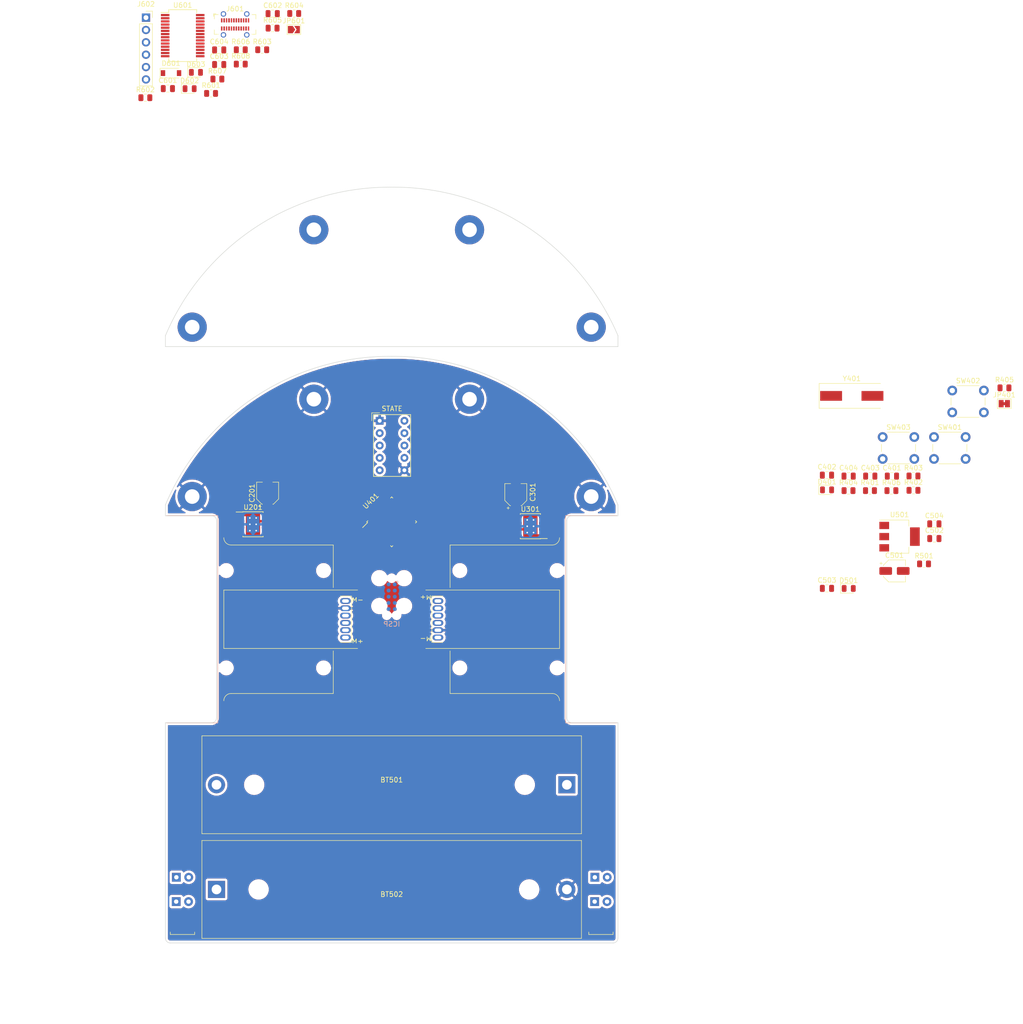
<source format=kicad_pcb>
(kicad_pcb (version 20211014) (generator pcbnew)
  (layers (0 "F.Cu" signal) (31 "B.Cu" signal) (34 "B.Paste" user) (35 "F.Paste" user) (36 "B.SilkS" user "B.Silkscreen") (37 "F.SilkS" user "F.Silkscreen") (38 "B.Mask" user) (39 "F.Mask" user) (44 "Edge.Cuts" user))
  (net 0 "")
  (net 10 "GND")
  (net 11 "Net-(C401-Pad1)")
  (net 12 "Net-(C403-Pad1)")
  (net 13 "Net-(C404-Pad1)")
  (net 14 "Net-(R403-Pad1)")
  (net 15 "Net-(D501-Pad2)")
  (net 16 "/MCU/SDO")
  (net 22 "+5V")
  (net 31 "/LeftMotor/M1")
  (net 32 "/LeftMotor/M2")
  (net 33 "/RightMotor/M1")
  (net 34 "/RightMotor/M2")
  (net 36 "/MCU/ICSP_RST")
  (net 38 "/MCU/SCK")
  (net 40 "/MCU/SDI")
  (net 41 "/MCU/RST")
  (net 42 "Net-(R401-Pad1)")
  (net 43 "/MCU/RXD")
  (net 44 "Net-(R402-Pad1)")
  (net 45 "/MCU/TXD")
  (net 46 "/MCU/START")
  (net 47 "/MCU/STOP{slash}MODE")
  (net 66 "+BATT")
  (net 67 "Net-(BT501-Pad2)")
  (net 68 "+3.3V")
  (net 69 "Net-(C604-Pad2)")
  (net 70 "VBUS")
  (net 71 "Net-(D602-Pad1)")
  (net 72 "Net-(D603-Pad1)")
  (net 73 "Net-(J601-PadA5)")
  (net 74 "/Programmer/USB+")
  (net 75 "/Programmer/USB-")
  (net 77 "Net-(J601-PadB5)")
  (net 80 "Net-(J602-Pad4)")
  (net 82 "Net-(R603-Pad1)")
  (net 83 "Net-(R605-Pad2)")
  (net 84 "Net-(R606-Pad1)")
  (net 85 "Net-(R607-Pad1)")
  (net 86 "Net-(R608-Pad2)")
  (footprint "Capacitor_SMD:C_0805_2012Metric" (layer "F.Cu") (at -46 -109)
    (fp_text reference "C601" (at 0 -1.68) (layer "F.SilkS"))
    (fp_text value "100nF")
    (pad "1" smd roundrect (at -0.95 0) (size 1 1.45) (layers "F.Cu" "F.Paste" "F.Mask") (net 68 "+3.3V"))
    (pad "2" smd roundrect (at 0.95 0) (size 1 1.45) (layers "F.Cu" "F.Paste" "F.Mask") (net 10 "GND"))
  )
  (footprint "Resistor_SMD:R_0805_2012Metric" (layer "F.Cu") (at -31.02 -116.98)
    (fp_text reference "R606" (at 0 -1.65) (layer "F.SilkS"))
    (fp_text value "22R")
    (pad "1" smd roundrect (at -0.9125 0) (size 1.025 1.4) (layers "F.Cu" "F.Paste" "F.Mask") (roundrect_rratio 0.243902) (net 84 "Net-(R606-Pad1)"))
    (pad "2" smd roundrect (at 0.9125 0) (size 1.025 1.4) (layers "F.Cu" "F.Paste" "F.Mask") (roundrect_rratio 0.243902) (net 75 "/Programmer/USB-"))
  )
  (footprint "MegaMouse:MicroMotor" (layer "F.Cu") (at -9.5 0)
    (fp_text reference "J201" hide)
    (fp_text value "Motor")
    (fp_text user "M-" (at 2.5 -4 unlocked) (layer "F.SilkS") (effects (font (size 0.8 1))))
    (fp_text user "M+" (at 2.5 4.5 unlocked) (layer "F.SilkS") (effects (font (size 0.8 1))))
    (pad "" np_thru_hole circle (at -4.5 10) (size 2.1 2.1) (drill 2.1) (layers F&B.Cu *.Mask))
    (pad "" np_thru_hole circle (at -24.5 10) (size 2.1 2.1) (drill 2.1) (layers F&B.Cu *.Mask))
    (pad "" np_thru_hole circle (at -4.5 -10) (size 2.1 2.1) (drill 2.1) (layers F&B.Cu *.Mask))
    (pad "" np_thru_hole circle (at -24.5 -10) (size 2.1 2.1) (drill 2.1) (layers F&B.Cu *.Mask))
    (pad "1" thru_hole oval (at 0 -3.75) (size 2.2 1.2) (drill oval 1.4 0.7) (layers *.Cu *.Mask) (net 31 "/LeftMotor/M1"))
    (pad "2" thru_hole oval (at 0 -2.25) (size 2.2 1.2) (drill oval 1.4 0.7) (layers *.Cu *.Mask) (net 10 "GND"))
    (pad "3" thru_hole oval (at 0 -0.75) (size 2.2 1.2) (drill oval 1.4 0.7) (layers *.Cu *.Mask))
    (pad "4" thru_hole oval (at 0 0.75) (size 2.2 1.2) (drill oval 1.4 0.7) (layers *.Cu *.Mask))
    (pad "5" thru_hole oval (at 0 2.25) (size 2.2 1.2) (drill oval 1.4 0.7) (layers *.Cu *.Mask) (net 22 "+5V"))
    (pad "6" thru_hole oval (at 0 3.75) (size 2.2 1.2) (drill oval 1.4 0.7) (layers *.Cu *.Mask) (net 32 "/LeftMotor/M2"))
  )
  (footprint "Capacitor_SMD:C_0805_2012Metric" (layer "F.Cu") (at 111.52 -19.59)
    (fp_text reference "C504" (at 0 -1.68) (layer "F.SilkS"))
    (fp_text value "1uF")
    (pad "1" smd roundrect (at -0.95 0) (size 1 1.45) (layers "F.Cu" "F.Paste" "F.Mask") (net 22 "+5V"))
    (pad "2" smd roundrect (at 0.95 0) (size 1 1.45) (layers "F.Cu" "F.Paste" "F.Mask") (net 10 "GND"))
  )
  (footprint "MountingHole:MountingHole_3mm_Pad" (layer "F.Cu") (at -41 -60)
    (fp_text reference "H603" hide)
    (fp_text value "MountingHole_Pad" hide)
    (pad "1" thru_hole circle (at 0 0) (size 6 6) (drill 3) (layers *.Cu *.Mask) (net 10 "GND"))
  )
  (footprint "Capacitor_SMD:C_0805_2012Metric" (layer "F.Cu") (at -24.46 -124.4)
    (fp_text reference "C602" (at 0 -1.68) (layer "F.SilkS"))
    (fp_text value "100nF")
    (pad "1" smd roundrect (at -0.95 0) (size 1 1.45) (layers "F.Cu" "F.Paste" "F.Mask") (net 22 "+5V"))
    (pad "2" smd roundrect (at 0.95 0) (size 1 1.45) (layers "F.Cu" "F.Paste" "F.Mask") (net 10 "GND"))
  )
  (footprint "Package_SO:Texas_HTSOP-8-1EP_3.9x4.9mm_P1.27mm_EP2.95x4.9mm_Mask2.4x3.1mm_ThermalVias" (layer "F.Cu") (at -28.5 -19.5)
    (fp_text reference "U201" (at 0 -3.5) (layer "F.SilkS"))
    (fp_text value "DRV8871DDA")
    (pad "1" smd rect (at -2.875 -1.905) (size 2.2 0.5) (layers "F.Cu" "F.Paste" "F.Mask") (net 10 "GND"))
    (pad "2" smd rect (at -2.875 -0.635) (size 2.2 0.5) (layers "F.Cu" "F.Paste" "F.Mask"))
    (pad "3" smd rect (at -2.875 0.635) (size 2.2 0.5) (layers "F.Cu" "F.Paste" "F.Mask"))
    (pad "4" smd rect (at -2.875 1.905) (size 2.2 0.5) (layers "F.Cu" "F.Paste" "F.Mask"))
    (pad "5" smd rect (at 2.875 1.905) (size 2.2 0.5) (layers "F.Cu" "F.Paste" "F.Mask") (net 22 "+5V"))
    (pad "6" smd rect (at 2.875 0.635) (size 2.2 0.5) (layers "F.Cu" "F.Paste" "F.Mask") (net 31 "/LeftMotor/M1"))
    (pad "7" smd rect (at 2.875 -0.635) (size 2.2 0.5) (layers "F.Cu" "F.Paste" "F.Mask") (net 10 "GND"))
    (pad "8" smd rect (at 2.875 -1.905) (size 2.2 0.5) (layers "F.Cu" "F.Paste" "F.Mask") (net 32 "/LeftMotor/M2"))
    (pad "9" thru_hole circle (at -0.65 -1.3) (size 0.63 0.63) (drill 0.33) (layers *.Cu *.Mask) (net 10 "GND"))
    (pad "9" smd rect (at 0 0) (size 2.95 4.9) (layers "F.Cu") (net 10 "GND"))
    (pad "9" thru_hole circle (at -0.65 0) (size 0.63 0.63) (drill 0.33) (layers *.Cu *.Mask) (net 10 "GND"))
    (pad "9" thru_hole circle (at -0.65 1.3) (size 0.63 0.63) (drill 0.33) (layers *.Cu *.Mask) (net 10 "GND"))
    (pad "9" thru_hole circle (at 0.65 0) (size 0.63 0.63) (drill 0.33) (layers *.Cu *.Mask) (net 10 "GND"))
    (pad "9" thru_hole circle (at 0.65 1.3) (size 0.63 0.63) (drill 0.33) (layers *.Cu *.Mask) (net 10 "GND"))
    (pad "9" smd rect (at 0 0) (size 2.6 3.3) (layers "B.Cu") (net 10 "GND"))
    (pad "9" thru_hole circle (at 0.65 -1.3) (size 0.63 0.63) (drill 0.33) (layers *.Cu *.Mask) (net 10 "GND"))
  )
  (footprint "Resistor_SMD:R_0805_2012Metric" (layer "F.Cu") (at -20.03 -124.43)
    (fp_text reference "R604" (at 0 -1.65) (layer "F.SilkS"))
    (fp_text value "10K")
    (pad "1" smd roundrect (at -0.9125 0) (size 1.025 1.4) (layers "F.Cu" "F.Paste" "F.Mask") (roundrect_rratio 0.243902) (net 10 "GND"))
    (pad "2" smd roundrect (at 0.9125 0) (size 1.025 1.4) (layers "F.Cu" "F.Paste" "F.Mask") (roundrect_rratio 0.243902) (net 82 "Net-(R603-Pad1)"))
  )
  (footprint "Capacitor_SMD:C_0805_2012Metric" (layer "F.Cu") (at 89.45 -29.6)
    (fp_text reference "C402" (at 0 -1.68) (layer "F.SilkS"))
    (fp_text value "100nF")
    (pad "1" smd roundrect (at -0.95 0) (size 1 1.45) (layers "F.Cu" "F.Paste" "F.Mask") (net 22 "+5V"))
    (pad "2" smd roundrect (at 0.95 0) (size 1 1.45) (layers "F.Cu" "F.Paste" "F.Mask") (net 10 "GND"))
  )
  (footprint "MountingHole:MountingHole_3mm_Pad" (layer "F.Cu") (at -16 -45.2)
    (fp_text reference "H102" hide)
    (fp_text value "MountingHole_Pad" hide)
    (pad "1" thru_hole circle (at 0 0) (size 6 6) (drill 3) (layers *.Cu *.Mask) (net 10 "GND"))
  )
  (footprint "Resistor_SMD:R_0805_2012Metric" (layer "F.Cu") (at -35.82 -110.96)
    (fp_text reference "R607" (at 0 -1.65) (layer "F.SilkS"))
    (fp_text value "1K")
    (pad "1" smd roundrect (at -0.9125 0) (size 1.025 1.4) (layers "F.Cu" "F.Paste" "F.Mask") (roundrect_rratio 0.243902) (net 85 "Net-(R607-Pad1)"))
    (pad "2" smd roundrect (at 0.9125 0) (size 1.025 1.4) (layers "F.Cu" "F.Paste" "F.Mask") (roundrect_rratio 0.243902) (net 71 "Net-(D602-Pad1)"))
  )
  (footprint "Package_TO_SOT_SMD:SOT-223" (layer "F.Cu") (at 104.37 -16.97)
    (fp_text reference "U501" (at 0 -4.5) (layer "F.SilkS"))
    (fp_text value "NCV1117ST50T3G")
    (pad "1" smd rect (at -3.15 -2.3) (size 2 1.5) (layers "F.Cu" "F.Paste" "F.Mask") (net 10 "GND"))
    (pad "2" smd rect (at -3.15 0) (size 2 1.5) (layers "F.Cu" "F.Paste" "F.Mask") (net 22 "+5V"))
    (pad "3" smd rect (at -3.15 2.3) (size 2 1.5) (layers "F.Cu" "F.Paste" "F.Mask") (net 66 "+BATT"))
    (pad "4" smd rect (at 3.15 0) (size 2 3.8) (layers "F.Cu" "F.Paste" "F.Mask"))
  )
  (footprint "Resistor_SMD:R_0805_2012Metric" (layer "F.Cu") (at 107.23 -29.43)
    (fp_text reference "R403" (at 0 -1.65) (layer "F.SilkS"))
    (fp_text value "1K")
    (pad "1" smd roundrect (at -0.9125 0) (size 1.025 1.4) (layers "F.Cu" "F.Paste" "F.Mask") (roundrect_rratio 0.243902) (net 14 "Net-(R403-Pad1)"))
    (pad "2" smd roundrect (at 0.9125 0) (size 1.025 1.4) (layers "F.Cu" "F.Paste" "F.Mask") (roundrect_rratio 0.243902) (net 38 "/MCU/SCK"))
  )
  (footprint "MegaMouse:MicroMotor" (layer "F.Cu") (at 9.5 0 180)
    (fp_text reference "J301" hide)
    (fp_text value "Motor")
    (fp_text user "M+" (at 2.5 4.5 180 unlocked) (layer "F.SilkS") (effects (font (size 0.8 1))))
    (fp_text user "M-" (at 2.5 -4 180 unlocked) (layer "F.SilkS") (effects (font (size 0.8 1))))
    (pad "" np_thru_hole circle (at -4.5 -10 180) (size 2.1 2.1) (drill 2.1) (layers F&B.Cu *.Mask))
    (pad "" np_thru_hole circle (at -24.5 10 180) (size 2.1 2.1) (drill 2.1) (layers F&B.Cu *.Mask))
    (pad "" np_thru_hole circle (at -24.5 -10 180) (size 2.1 2.1) (drill 2.1) (layers F&B.Cu *.Mask))
    (pad "" np_thru_hole circle (at -4.5 10 180) (size 2.1 2.1) (drill 2.1) (layers F&B.Cu *.Mask))
    (pad "1" thru_hole oval (at 0 -3.75 180) (size 2.2 1.2) (drill oval 1.4 0.7) (layers *.Cu *.Mask) (net 33 "/RightMotor/M1"))
    (pad "2" thru_hole oval (at 0 -2.25 180) (size 2.2 1.2) (drill oval 1.4 0.7) (layers *.Cu *.Mask) (net 10 "GND"))
    (pad "3" thru_hole oval (at 0 -0.75 180) (size 2.2 1.2) (drill oval 1.4 0.7) (layers *.Cu *.Mask))
    (pad "4" thru_hole oval (at 0 0.75 180) (size 2.2 1.2) (drill oval 1.4 0.7) (layers *.Cu *.Mask))
    (pad "5" thru_hole oval (at 0 2.25 180) (size 2.2 1.2) (drill oval 1.4 0.7) (layers *.Cu *.Mask) (net 22 "+5V"))
    (pad "6" thru_hole oval (at 0 3.75 180) (size 2.2 1.2) (drill oval 1.4 0.7) (layers *.Cu *.Mask) (net 34 "/RightMotor/M2"))
  )
  (footprint "Resistor_SMD:R_0805_2012Metric" (layer "F.Cu") (at -50.62 -107.13)
    (fp_text reference "R602" (at 0 -1.65) (layer "F.SilkS"))
    (fp_text value "5K1")
    (pad "1" smd roundrect (at -0.9125 0) (size 1.025 1.4) (layers "F.Cu" "F.Paste" "F.Mask") (roundrect_rratio 0.243902) (net 10 "GND"))
    (pad "2" smd roundrect (at 0.9125 0) (size 1.025 1.4) (layers "F.Cu" "F.Paste" "F.Mask") (roundrect_rratio 0.243902) (net 73 "Net-(J601-PadA5)"))
  )
  (footprint "Resistor_SMD:R_0805_2012Metric" (layer "F.Cu") (at -24.48 -121.42)
    (fp_text reference "R605" (at 0 -1.65) (layer "F.SilkS"))
    (fp_text value "22R")
    (pad "1" smd roundrect (at -0.9125 0) (size 1.025 1.4) (layers "F.Cu" "F.Paste" "F.Mask") (roundrect_rratio 0.243902) (net 74 "/Programmer/USB+"))
    (pad "2" smd roundrect (at 0.9125 0) (size 1.025 1.4) (layers "F.Cu" "F.Paste" "F.Mask") (roundrect_rratio 0.243902) (net 83 "Net-(R605-Pad2)"))
  )
  (footprint "Jumper:SolderJumper-2_P1.3mm_Open_TrianglePad1.0x1.5mm" (layer "F.Cu") (at -20.1 -121.12)
    (fp_text reference "JP601" (at 0 -1.8) (layer "F.SilkS"))
    (fp_text value "SolderJumper_2_Open")
    (pad "1" smd custom (at -0.725 0) (size 0.3 0.3) (layers "F.Cu" "F.Mask") (net 22 "+5V") (options (clearance outline) (anchor rect)) (primitives (gr_poly (pts (xy 1 0) (xy 0.5 0.75) (xy -0.5 0.75) (xy -0.5 -0.75) (xy 0.5 -0.75)) (width 0) (fill yes))))
    (pad "2" smd custom (at 0.725 0) (size 0.3 0.3) (layers "F.Cu" "F.Mask") (net 80 "Net-(J602-Pad4)") (options (clearance outline) (anchor rect)) (primitives (gr_poly (pts (xy 0.5 0.75) (xy -0.65 0.75) (xy -0.15 0) (xy -0.65 -0.75) (xy 0.5 -0.75)) (width 0) (fill yes))))
  )
  (footprint "Resistor_SMD:R_0805_2012Metric" (layer "F.Cu") (at 125.93 -47.53)
    (fp_text reference "R405" (at 0 -1.65) (layer "F.SilkS"))
    (fp_text value "10K")
    (pad "1" smd roundrect (at -0.9125 0) (size 1.025 1.4) (layers "F.Cu" "F.Paste" "F.Mask") (roundrect_rratio 0.243902) (net 46 "/MCU/START"))
    (pad "2" smd roundrect (at 0.9125 0) (size 1.025 1.4) (layers "F.Cu" "F.Paste" "F.Mask") (roundrect_rratio 0.243902) (net 10 "GND"))
  )
  (footprint "Resistor_SMD:R_0805_2012Metric" (layer "F.Cu") (at -31.02 -114.03)
    (fp_text reference "R608" (at 0 -1.65) (layer "F.SilkS"))
    (fp_text value "1K")
    (pad "1" smd roundrect (at -0.9125 0) (size 1.025 1.4) (layers "F.Cu" "F.Paste" "F.Mask") (roundrect_rratio 0.243902) (net 72 "Net-(D603-Pad1)"))
    (pad "2" smd roundrect (at 0.9125 0) (size 1.025 1.4) (layers "F.Cu" "F.Paste" "F.Mask") (roundrect_rratio 0.243902) (net 86 "Net-(R608-Pad2)"))
  )
  (footprint "Battery:BatteryHolder_MPD_BH-18650-PC2" (layer "F.Cu") (at -36 55.5)
    (fp_text reference "BT502" (at 36 1) (layer "F.SilkS"))
    (fp_text value "Cell2")
    (pad "" np_thru_hole circle locked (at 8.645 0) (size 3.2 3.2) (drill 3.2) (layers *.Cu *.Mask))
    (pad "" np_thru_hole circle locked (at 64.255 0) (size 3.2 3.2) (drill 3.2) (layers *.Cu *.Mask))
    (pad "1" thru_hole rect locked (at 0 0) (size 3.5 3.5) (drill 2) (layers *.Cu *.Mask) (net 67 "Net-(BT501-Pad2)"))
    (pad "2" thru_hole circle locked (at 72 0) (size 3.5 3.5) (drill 2) (layers *.Cu *.Mask) (net 10 "GND"))
  )
  (footprint "Resistor_SMD:R_0805_2012Metric" (layer "F.Cu") (at 98.29 -26.42)
    (fp_text reference "R401" (at 0 -1.65) (layer "F.SilkS"))
    (fp_text value "1K")
    (pad "1" smd roundrect (at -0.9125 0) (size 1.025 1.4) (layers "F.Cu" "F.Paste" "F.Mask") (roundrect_rratio 0.243902) (net 42 "Net-(R401-Pad1)"))
    (pad "2" smd roundrect (at 0.9125 0) (size 1.025 1.4) (layers "F.Cu" "F.Paste" "F.Mask") (roundrect_rratio 0.243902) (net 43 "/MCU/RXD"))
  )
  (footprint "LED_SMD:LED_0805_2012Metric" (layer "F.Cu") (at 89.47 -26.575)
    (fp_text reference "D401" (at 0 -1.65) (layer "F.SilkS"))
    (fp_text value "STAT")
    (pad "1" smd roundrect (at -0.9375 0) (size 0.975 1.4) (layers "F.Cu" "F.Paste" "F.Mask") (net 10 "GND"))
    (pad "2" smd roundrect (at 0.9375 0) (size 0.975 1.4) (layers "F.Cu" "F.Paste" "F.Mask") (net 14 "Net-(R403-Pad1)"))
  )
  (footprint "LED_SMD:LED_0805_2012Metric" (layer "F.Cu") (at -41.53 -108.985)
    (fp_text reference "D602" (at 0 -1.65) (layer "F.SilkS"))
    (fp_text value "RX")
    (pad "1" smd roundrect (at -0.9375 0) (size 0.975 1.4) (layers "F.Cu" "F.Paste" "F.Mask") (net 71 "Net-(D602-Pad1)"))
    (pad "2" smd roundrect (at 0.9375 0) (size 0.975 1.4) (layers "F.Cu" "F.Paste" "F.Mask") (net 22 "+5V"))
  )
  (footprint "Capacitor_SMD:C_0805_2012Metric" (layer "F.Cu") (at 102.8 -29.4)
    (fp_text reference "C401" (at 0 -1.68) (layer "F.SilkS"))
    (fp_text value "100nF")
    (pad "1" smd roundrect (at -0.95 0) (size 1 1.45) (layers "F.Cu" "F.Paste" "F.Mask") (net 11 "Net-(C401-Pad1)"))
    (pad "2" smd roundrect (at 0.95 0) (size 1 1.45) (layers "F.Cu" "F.Paste" "F.Mask") (net 10 "GND"))
  )
  (footprint "Package_SO:SSOP-28_5.3x10.2mm_P0.65mm" (layer "F.Cu") (at -42.95 -119.88)
    (fp_text reference "U601" (at 0 -6.25) (layer "F.SilkS"))
    (fp_text value "FT232RL")
    (pad "1" smd rect (at -3.6 -4.225) (size 1.75 0.45) (layers "F.Cu" "F.Paste" "F.Mask") (net 43 "/MCU/RXD"))
    (pad "2" smd rect (at -3.6 -3.575) (size 1.75 0.45) (layers "F.Cu" "F.Paste" "F.Mask") (net 69 "Net-(C604-Pad2)"))
    (pad "3" smd rect (at -3.6 -2.925) (size 1.75 0.45) (layers "F.Cu" "F.Paste" "F.Mask"))
    (pad "4" smd rect (at -3.6 -2.275) (size 1.75 0.45) (layers "F.Cu" "F.Paste" "F.Mask") (net 22 "+5V"))
    (pad "5" smd rect (at -3.6 -1.625) (size 1.75 0.45) (layers "F.Cu" "F.Paste" "F.Mask") (net 45 "/MCU/TXD"))
    (pad "6" smd rect (at -3.6 -0.975) (size 1.75 0.45) (layers "F.Cu" "F.Paste" "F.Mask"))
    (pad "7" smd rect (at -3.6 -0.325) (size 1.75 0.45) (layers "F.Cu" "F.Paste" "F.Mask") (net 10 "GND"))
    (pad "8" smd rect (at -3.6 0.325) (size 1.75 0.45) (layers "F.Cu" "F.Paste" "F.Mask"))
    (pad "9" smd rect (at -3.6 0.975) (size 1.75 0.45) (layers "F.Cu" "F.Paste" "F.Mask"))
    (pad "10" smd rect (at -3.6 1.625) (size 1.75 0.45) (layers "F.Cu" "F.Paste" "F.Mask"))
    (pad "11" smd rect (at -3.6 2.275) (size 1.75 0.45) (layers "F.Cu" "F.Paste" "F.Mask"))
    (pad "12" smd rect (at -3.6 2.925) (size 1.75 0.45) (layers "F.Cu" "F.Paste" "F.Mask"))
    (pad "13" smd rect (at -3.6 3.575) (size 1.75 0.45) (layers "F.Cu" "F.Paste" "F.Mask"))
    (pad "14" smd rect (at -3.6 4.225) (size 1.75 0.45) (layers "F.Cu" "F.Paste" "F.Mask"))
    (pad "15" smd rect (at 3.6 4.225) (size 1.75 0.45) (layers "F.Cu" "F.Paste" "F.Mask") (net 83 "Net-(R605-Pad2)"))
    (pad "16" smd rect (at 3.6 3.575) (size 1.75 0.45) (layers "F.Cu" "F.Paste" "F.Mask") (net 84 "Net-(R606-Pad1)"))
    (pad "17" smd rect (at 3.6 2.925) (size 1.75 0.45) (layers "F.Cu" "F.Paste" "F.Mask") (net 68 "+3.3V"))
    (pad "18" smd rect (at 3.6 2.275) (size 1.75 0.45) (layers "F.Cu" "F.Paste" "F.Mask") (net 10 "GND"))
    (pad "19" smd rect (at 3.6 1.625) (size 1.75 0.45) (layers "F.Cu" "F.Paste" "F.Mask") (net 82 "Net-(R603-Pad1)"))
    (pad "20" smd rect (at 3.6 0.975) (size 1.75 0.45) (layers "F.Cu" "F.Paste" "F.Mask") (net 22 "+5V"))
    (pad "21" smd rect (at 3.6 0.325) (size 1.75 0.45) (layers "F.Cu" "F.Paste" "F.Mask") (net 10 "GND"))
    (pad "22" smd rect (at 3.6 -0.325) (size 1.75 0.45) (layers "F.Cu" "F.Paste" "F.Mask") (net 86 "Net-(R608-Pad2)"))
    (pad "23" smd rect (at 3.6 -0.975) (size 1.75 0.45) (layers "F.Cu" "F.Paste" "F.Mask") (net 85 "Net-(R607-Pad1)"))
    (pad "24" smd rect (at 3.6 -1.625) (size 1.75 0.45) (layers "F.Cu" "F.Paste" "F.Mask"))
    (pad "25" smd rect (at 3.6 -2.275) (size 1.75 0.45) (layers "F.Cu" "F.Paste" "F.Mask") (net 10 "GND"))
    (pad "26" smd rect (at 3.6 -2.925) (size 1.75 0.45) (layers "F.Cu" "F.Paste" "F.Mask") (net 10 "GND"))
    (pad "27" smd rect (at 3.6 -3.575) (size 1.75 0.45) (layers "F.Cu" "F.Paste" "F.Mask"))
    (pad "28" smd rect (at 3.6 -4.225) (size 1.75 0.45) (layers "F.Cu" "F.Paste" "F.Mask"))
  )
  (footprint "Package_SO:Texas_HTSOP-8-1EP_3.9x4.9mm_P1.27mm_EP2.95x4.9mm_Mask2.4x3.1mm_ThermalVias" (layer "F.Cu") (at 28.5 -19.1 180)
    (fp_text reference "U301" (at 0 3.5) (layer "F.SilkS"))
    (fp_text value "DRV8871DDA")
    (pad "1" smd rect (at -2.875 -1.905 180) (size 2.2 0.5) (layers "F.Cu" "F.Paste" "F.Mask") (net 10 "GND"))
    (pad "2" smd rect (at -2.875 -0.635 180) (size 2.2 0.5) (layers "F.Cu" "F.Paste" "F.Mask"))
    (pad "3" smd rect (at -2.875 0.635 180) (size 2.2 0.5) (layers "F.Cu" "F.Paste" "F.Mask"))
    (pad "4" smd rect (at -2.875 1.905 180) (size 2.2 0.5) (layers "F.Cu" "F.Paste" "F.Mask"))
    (pad "5" smd rect (at 2.875 1.905 180) (size 2.2 0.5) (layers "F.Cu" "F.Paste" "F.Mask") (net 22 "+5V"))
    (pad "6" smd rect (at 2.875 0.635 180) (size 2.2 0.5) (layers "F.Cu" "F.Paste" "F.Mask") (net 33 "/RightMotor/M1"))
    (pad "7" smd rect (at 2.875 -0.635 180) (size 2.2 0.5) (layers "F.Cu" "F.Paste" "F.Mask") (net 10 "GND"))
    (pad "8" smd rect (at 2.875 -1.905 180) (size 2.2 0.5) (layers "F.Cu" "F.Paste" "F.Mask") (net 34 "/RightMotor/M2"))
    (pad "9" smd rect (at 0 0 180) (size 2.95 4.9) (layers "F.Cu") (net 10 "GND"))
    (pad "9" smd rect (at 0 0 180) (size 2.6 3.3) (layers "B.Cu") (net 10 "GND"))
    (pad "9" thru_hole circle (at -0.65 1.3 180) (size 0.63 0.63) (drill 0.33) (layers *.Cu *.Mask) (net 10 "GND"))
    (pad "9" thru_hole circle (at -0.65 0 180) (size 0.63 0.63) (drill 0.33) (layers *.Cu *.Mask) (net 10 "GND"))
    (pad "9" thru_hole circle (at -0.65 -1.3 180) (size 0.63 0.63) (drill 0.33) (layers *.Cu *.Mask) (net 10 "GND"))
    (pad "9" thru_hole circle (at 0.65 1.3 180) (size 0.63 0.63) (drill 0.33) (layers *.Cu *.Mask) (net 10 "GND"))
    (pad "9" thru_hole circle (at 0.65 -1.3 180) (size 0.63 0.63) (drill 0.33) (layers *.Cu *.Mask) (net 10 "GND"))
    (pad "9" thru_hole circle (at 0.65 0 180) (size 0.63 0.63) (drill 0.33) (layers *.Cu *.Mask) (net 10 "GND"))
  )
  (footprint "MountingHole:MountingHole_3mm_Pad" (layer "F.Cu") (at 16 -80)
    (fp_text reference "H602" hide)
    (fp_text value "MountingHole_Pad" hide)
    (pad "1" thru_hole circle (at 0 0) (size 6 6) (drill 3) (layers *.Cu *.Mask) (net 10 "GND"))
  )
  (footprint "LED_SMD:LED_0805_2012Metric" (layer "F.Cu") (at -40.23 -112.335)
    (fp_text reference "D603" (at 0 -1.65) (layer "F.SilkS"))
    (fp_text value "TX")
    (pad "1" smd roundrect (at -0.9375 0) (size 0.975 1.4) (layers "F.Cu" "F.Paste" "F.Mask") (net 72 "Net-(D603-Pad1)"))
    (pad "2" smd roundrect (at 0.9375 0) (size 0.975 1.4) (layers "F.Cu" "F.Paste" "F.Mask") (net 22 "+5V"))
  )
  (footprint "Capacitor_SMD:CP_Elec_4x3" (layer "F.Cu") (at 25.5 -25.6 90)
    (fp_text reference "C301" (at 0.5 3.5 270) (layer "F.SilkS"))
    (fp_text value "10uf")
    (pad "1" smd roundrect (at -1.8 0 90) (size 2.6 1.6) (layers "F.Cu" "F.Paste" "F.Mask") (roundrect_rratio 0.15625) (net 22 "+5V"))
    (pad "2" smd roundrect (at 1.8 0 90) (size 2.6 1.6) (layers "F.Cu" "F.Paste" "F.Mask") (roundrect_rratio 0.15625) (net 10 "GND"))
  )
  (footprint "MountingHole:MountingHole_3mm_Pad" (layer "F.Cu") (at -16 -80)
    (fp_text reference "H604" hide)
    (fp_text value "MountingHole_Pad" hide)
    (pad "1" thru_hole circle (at 0 0) (size 6 6) (drill 3) (layers *.Cu *.Mask) (net 10 "GND"))
  )
  (footprint "Button_Switch_THT:SW_PUSH_6mm_H5mm" (layer "F.Cu") (at 111.45 -37.43)
    (fp_text reference "SW401" (at 3.25 -2) (layer "F.SilkS"))
    (fp_text value "RESET")
    (pad "1" thru_hole circle (at 6.5 0 90) (size 2 2) (drill 1.1) (layers *.Cu *.Mask) (net 41 "/MCU/RST"))
    (pad "1" thru_hole circle (at 0 0 90) (size 2 2) (drill 1.1) (layers *.Cu *.Mask) (net 41 "/MCU/RST"))
    (pad "2" thru_hole circle (at 6.5 4.5 90) (size 2 2) (drill 1.1) (layers *.Cu *.Mask) (net 10 "GND"))
    (pad "2" thru_hole circle (at 0 4.5 90) (size 2 2) (drill 1.1) (layers *.Cu *.Mask) (net 10 "GND"))
  )
  (footprint "Package_QFP:TQFP-32_7x7mm_P0.8mm" (layer "F.Cu") (at 0 -20 45)
    (fp_text reference "U401" (at 0 -6.05 45) (layer "F.SilkS"))
    (fp_text value "ATmega328P")
    (pad "1" smd rect (at -4.25 -2.8 45) (size 1.6 0.55) (layers "F.Cu" "F.Paste" "F.Mask"))
    (pad "2" smd rect (at -4.25 -2 45) (size 1.6 0.55) (layers "F.Cu" "F.Paste" "F.Mask"))
    (pad "3" smd rect (at -4.25 -1.2 45) (size 1.6 0.55) (layers "F.Cu" "F.Paste" "F.Mask") (net 10 "GND"))
    (pad "4" smd rect (at -4.25 -0.4 45) (size 1.6 0.55) (layers "F.Cu" "F.Paste" "F.Mask") (net 22 "+5V"))
    (pad "5" smd rect (at -4.25 0.4 45) (size 1.6 0.55) (layers "F.Cu" "F.Paste" "F.Mask") (net 10 "GND"))
    (pad "6" smd rect (at -4.25 1.2 45) (size 1.6 0.55) (layers "F.Cu" "F.Paste" "F.Mask") (net 22 "+5V"))
    (pad "7" smd rect (at -4.25 2 45) (size 1.6 0.55) (layers "F.Cu" "F.Paste" "F.Mask") (net 13 "Net-(C404-Pad1)"))
    (pad "8" smd rect (at -4.25 2.8 45) (size 1.6 0.55) (layers "F.Cu" "F.Paste" "F.Mask") (net 12 "Net-(C403-Pad1)"))
    (pad "9" smd rect (at -2.8 4.25 135) (size 1.6 0.55) (layers "F.Cu" "F.Paste" "F.Mask"))
    (pad "10" smd rect (at -2 4.25 135) (size 1.6 0.55) (layers "F.Cu" "F.Paste" "F.Mask"))
    (pad "11" smd rect (at -1.2 4.25 135) (size 1.6 0.55) (layers "F.Cu" "F.Paste" "F.Mask"))
    (pad "12" smd rect (at -0.4 4.25 135) (size 1.6 0.55) (layers "F.Cu" "F.Paste" "F.Mask") (net 47 "/MCU/STOP{slash}MODE"))
    (pad "13" smd rect (at 0.4 4.25 135) (size 1.6 0.55) (layers "F.Cu" "F.Paste" "F.Mask") (net 46 "/MCU/START"))
    (pad "14" smd rect (at 1.2 4.25 135) (size 1.6 0.55) (layers "F.Cu" "F.Paste" "F.Mask"))
    (pad "15" smd rect (at 2 4.25 135) (size 1.6 0.55) (layers "F.Cu" "F.Paste" "F.Mask") (net 16 "/MCU/SDO"))
    (pad "16" smd rect (at 2.8 4.25 135) (size 1.6 0.55) (layers "F.Cu" "F.Paste" "F.Mask") (net 40 "/MCU/SDI"))
    (pad "17" smd rect (at 4.25 2.8 45) (size 1.6 0.55) (layers "F.Cu" "F.Paste" "F.Mask") (net 38 "/MCU/SCK"))
    (pad "18" smd rect (at 4.25 2 45) (size 1.6 0.55) (layers "F.Cu" "F.Paste" "F.Mask") (net 22 "+5V"))
    (pad "19" smd rect (at 4.25 1.2 45) (size 1.6 0.55) (layers "F.Cu" "F.Paste" "F.Mask"))
    (pad "20" smd rect (at 4.25 0.4 45) (size 1.6 0.55) (layers "F.Cu" "F.Paste" "F.Mask") (net 11 "Net-(C401-Pad1)"))
    (pad "21" smd rect (at 4.25 -0.4 45) (size 1.6 0.55) (layers "F.Cu" "F.Paste" "F.Mask") (net 10 "GND"))
    (pad "22" smd rect (at 4.25 -1.2 45) (size 1.6 0.55) (layers "F.Cu" "F.Paste" "F.Mask"))
    (pad "23" smd rect (at 4.25 -2 45) (size 1.6 0.55) (layers "F.Cu" "F.Paste" "F.Mask"))
    (pad "24" smd rect (at 4.25 -2.8 45) (size 1.6 0.55) (layers "F.Cu" "F.Paste" "F.Mask"))
    (pad "25" smd rect (at 2.8 -4.25 135) (size 1.6 0.55) (layers "F.Cu" "F.Paste" "F.Mask"))
    (pad "26" smd rect (at 2 -4.25 135) (size 1.6 0.55) (layers "F.Cu" "F.Paste" "F.Mask"))
    (pad "27" smd rect (at 1.2 -4.25 135) (size 1.6 0.55) (layers "F.Cu" "F.Paste" "F.Mask"))
    (pad "28" smd rect (at 0.4 -4.25 135) (size 1.6 0.55) (layers "F.Cu" "F.Paste" "F.Mask"))
    (pad "29" smd rect (at -0.4 -4.25 135) (size 1.6 0.55) (layers "F.Cu" "F.Paste" "F.Mask") (net 41 "/MCU/RST"))
    (pad "30" smd rect (at -1.2 -4.25 135) (size 1.6 0.55) (layers "F.Cu" "F.Paste" "F.Mask") (net 42 "Net-(R401-Pad1)"))
    (pad "31" smd rect (at -2 -4.25 135) (size 1.6 0.55) (layers "F.Cu" "F.Paste" "F.Mask") (net 44 "Net-(R402-Pad1)"))
    (pad "32" smd rect (at -2.8 -4.25 135) (size 1.6 0.55) (layers "F.Cu" "F.Paste" "F.Mask"))
  )
  (footprint "Capacitor_SMD:C_0805_2012Metric" (layer "F.Cu") (at -35.45 -113.94)
    (fp_text reference "C603" (at 0 -1.68) (layer "F.SilkS"))
    (fp_text value "100nF")
    (pad "1" smd roundrect (at -0.95 0) (size 1 1.45) (layers "F.Cu" "F.Paste" "F.Mask") (net 22 "+5V"))
    (pad "2" smd roundrect (at 0.95 0) (size 1 1.45) (layers "F.Cu" "F.Paste" "F.Mask") (net 10 "GND"))
  )
  (footprint "Resistor_SMD:R_0805_2012Metric" (layer "F.Cu") (at 107.23 -26.48)
    (fp_text reference "R402" (at 0 -1.65) (layer "F.SilkS"))
    (fp_text value "1K")
    (pad "1" smd roundrect (at -0.9125 0) (size 1.025 1.4) (layers "F.Cu" "F.Paste" "F.Mask") (roundrect_rratio 0.243902) (net 44 "Net-(R402-Pad1)"))
    (pad "2" smd roundrect (at 0.9125 0) (size 1.025 1.4) (layers "F.Cu" "F.Paste" "F.Mask") (roundrect_rratio 0.243902) (net 45 "/MCU/TXD"))
  )
  (footprint "Capacitor_SMD:C_0805_2012Metric" (layer "F.Cu") (at 93.9 -29.4)
    (fp_text reference "C404" (at 0 -1.68) (layer "F.SilkS"))
    (fp_text value "22pf")
    (pad "1" smd roundrect (at -0.95 0) (size 1 1.45) (layers "F.Cu" "F.Paste" "F.Mask") (net 13 "Net-(C404-Pad1)"))
    (pad "2" smd roundrect (at 0.95 0) (size 1 1.45) (layers "F.Cu" "F.Paste" "F.Mask") (net 10 "GND"))
  )
  (footprint "Capacitor_SMD:C_0805_2012Metric" (layer "F.Cu") (at -35.45 -116.95)
    (fp_text reference "C604" (at 0 -1.68) (layer "F.SilkS"))
    (fp_text value "100nF")
    (pad "1" smd roundrect (at -0.95 0) (size 1 1.45) (layers "F.Cu" "F.Paste" "F.Mask") (net 41 "/MCU/RST"))
    (pad "2" smd roundrect (at 0.95 0) (size 1 1.45) (layers "F.Cu" "F.Paste" "F.Mask") (net 69 "Net-(C604-Pad2)"))
  )
  (footprint "LED_SMD:LED_0805_2012Metric" (layer "F.Cu") (at 93.92 -6.325)
    (fp_text reference "D501" (at 0 -1.65) (layer "F.SilkS"))
    (fp_text value "PWR")
    (pad "1" smd roundrect (at -0.9375 0) (size 0.975 1.4) (layers "F.Cu" "F.Paste" "F.Mask") (net 10 "GND"))
    (pad "2" smd roundrect (at 0.9375 0) (size 0.975 1.4) (layers "F.Cu" "F.Paste" "F.Mask") (net 15 "Net-(D501-Pad2)"))
  )
  (footprint "MountingHole:MountingHole_3mm_Pad" (layer "F.Cu") (at 41 -60)
    (fp_text reference "H601" hide)
    (fp_text value "MountingHole_Pad" hide)
    (pad "1" thru_hole circle (at 0 0) (size 6 6) (drill 3) (layers *.Cu *.Mask) (net 10 "GND"))
  )
  (footprint "Resistor_SMD:R_0805_2012Metric" (layer "F.Cu") (at 93.88 -26.42)
    (fp_text reference "R404" (at 0 -1.65) (layer "F.SilkS"))
    (fp_text value "1K")
    (pad "1" smd roundrect (at -0.9125 0) (size 1.025 1.4) (layers "F.Cu" "F.Paste" "F.Mask") (roundrect_rratio 0.243902) (net 22 "+5V"))
    (pad "2" smd roundrect (at 0.9125 0) (size 1.025 1.4) (layers "F.Cu" "F.Paste" "F.Mask") (roundrect_rratio 0.243902) (net 41 "/MCU/RST"))
  )
  (footprint "Capacitor_SMD:C_0805_2012Metric" (layer "F.Cu") (at 111.52 -16.58)
    (fp_text reference "C502" (at 0 -1.68) (layer "F.SilkS"))
    (fp_text value "100nF")
    (pad "1" smd roundrect (at -0.95 0) (size 1 1.45) (layers "F.Cu" "F.Paste" "F.Mask") (net 66 "+BATT"))
    (pad "2" smd roundrect (at 0.95 0) (size 1 1.45) (layers "F.Cu" "F.Paste" "F.Mask") (net 10 "GND"))
  )
  (footprint "Resistor_SMD:R_0805_2012Metric" (layer "F.Cu") (at -26.61 -116.98)
    (fp_text reference "R603" (at 0 -1.65) (layer "F.SilkS"))
    (fp_text value "4K7")
    (pad "1" smd roundrect (at -0.9125 0) (size 1.025 1.4) (layers "F.Cu" "F.Paste" "F.Mask") (roundrect_rratio 0.243902) (net 82 "Net-(R603-Pad1)"))
    (pad "2" smd roundrect (at 0.9125 0) (size 1.025 1.4) (layers "F.Cu" "F.Paste" "F.Mask") (roundrect_rratio 0.243902) (net 70 "VBUS"))
  )
  (footprint "MountingHole:MountingHole_3mm_Pad" (layer "F.Cu") (at 41 -25.2)
    (fp_text reference "H101" hide)
    (fp_text value "MountingHole_Pad" hide)
    (pad "1" thru_hole circle (at 0 0) (size 6 6) (drill 3) (layers *.Cu *.Mask) (net 10 "GND"))
  )
  (footprint "Resistor_SMD:R_0805_2012Metric" (layer "F.Cu") (at 109.4 -11.37)
    (fp_text reference "R501" (at 0 -1.65) (layer "F.SilkS"))
    (fp_text value "1K")
    (pad "1" smd roundrect (at -0.9125 0) (size 1.025 1.4) (layers "F.Cu" "F.Paste" "F.Mask") (roundrect_rratio 0.243902) (net 22 "+5V"))
    (pad "2" smd roundrect (at 0.9125 0) (size 1.025 1.4) (layers "F.Cu" "F.Paste" "F.Mask") (roundrect_rratio 0.243902) (net 15 "Net-(D501-Pad2)"))
  )
  (footprint "Connector_PinSocket_2.54mm:PinSocket_1x06_P2.54mm_Vertical" (layer "F.Cu") (at -50.5 -123.58)
    (fp_text reference "J602" (at 0 -2.77) (layer "F.SilkS"))
    (fp_text value "PROG")
    (pad "1" thru_hole rect (at 0 0) (size 1.7 1.7) (drill 1) (layers *.Cu *.Mask))
    (pad "2" thru_hole oval (at 0 2.54) (size 1.7 1.7) (drill 1) (layers *.Cu *.Mask) (net 43 "/MCU/RXD"))
    (pad "3" thru_hole oval (at 0 5.08) (size 1.7 1.7) (drill 1) (layers *.Cu *.Mask) (net 45 "/MCU/TXD"))
    (pad "4" thru_hole oval (at 0 7.62) (size 1.7 1.7) (drill 1) (layers *.Cu *.Mask) (net 80 "Net-(J602-Pad4)"))
    (pad "5" thru_hole oval (at 0 10.16) (size 1.7 1.7) (drill 1) (layers *.Cu *.Mask))
    (pad "6" thru_hole oval (at 0 12.7) (size 1.7 1.7) (drill 1) (layers *.Cu *.Mask) (net 10 "GND"))
  )
  (footprint "Button_Switch_THT:SW_PUSH_6mm_H5mm" (layer "F.Cu") (at 100.9 -37.43)
    (fp_text reference "SW403" (at 3.25 -2) (layer "F.SilkS"))
    (fp_text value "STOP/MODE_SW")
    (pad "1" thru_hole circle (at 6.5 0 90) (size 2 2) (drill 1.1) (layers *.Cu *.Mask) (net 47 "/MCU/STOP{slash}MODE"))
    (pad "1" thru_hole circle (at 0 0 90) (size 2 2) (drill 1.1) (layers *.Cu *.Mask) (net 47 "/MCU/STOP{slash}MODE"))
    (pad "2" thru_hole circle (at 6.5 4.5 90) (size 2 2) (drill 1.1) (layers *.Cu *.Mask) (net 22 "+5V"))
    (pad "2" thru_hole circle (at 0 4.5 90) (size 2 2) (drill 1.1) (layers *.Cu *.Mask) (net 22 "+5V"))
  )
  (footprint "Button_Switch_THT:SW_PUSH_6mm_H5mm" (layer "F.Cu") (at 115.2 -46.98)
    (fp_text reference "SW402" (at 3.25 -2) (layer "F.SilkS"))
    (fp_text value "START_SW")
    (pad "1" thru_hole circle (at 0 0 90) (size 2 2) (drill 1.1) (layers *.Cu *.Mask) (net 46 "/MCU/START"))
    (pad "1" thru_hole circle (at 6.5 0 90) (size 2 2) (drill 1.1) (layers *.Cu *.Mask) (net 46 "/MCU/START"))
    (pad "2" thru_hole circle (at 6.5 4.5 90) (size 2 2) (drill 1.1) (layers *.Cu *.Mask) (net 22 "+5V"))
    (pad "2" thru_hole circle (at 0 4.5 90) (size 2 2) (drill 1.1) (layers *.Cu *.Mask) (net 22 "+5V"))
  )
  (footprint "MegaMouse:BrakeLight" (layer "F.Cu") (at 43 58)
    (fp_text reference "D102" hide)
    (fp_text value "RightTail")
    (pad "1" thru_hole circle locked (at 1.29 -5) (size 1.8 1.8) (drill 0.9) (layers *.Cu *.Mask))
    (pad "2" thru_hole circle locked (at 1.25 0) (size 1.8 1.8) (drill 0.9) (layers *.Cu *.Mask))
    (pad "3" thru_hole rect locked (at -1.29 0) (size 1.8 1.8) (drill 0.9) (layers *.Cu *.Mask))
    (pad "3" thru_hole rect locked (at -1.25 -5) (size 1.8 1.8) (drill 0.9) (layers *.Cu *.Mask))
  )
  (footprint "Capacitor_SMD:CP_Elec_4x3" (layer "F.Cu") (at 103.32 -9.92)
    (fp_text reference "C501" (at 0 -3.2) (layer "F.SilkS"))
    (fp_text value "10uf")
    (pad "1" smd roundrect (at -1.8 0) (size 2.6 1.6) (layers "F.Cu" "F.Paste" "F.Mask") (roundrect_rratio 0.15625) (net 66 "+BATT"))
    (pad "2" smd roundrect (at 1.8 0) (size 2.6 1.6) (layers "F.Cu" "F.Paste" "F.Mask") (roundrect_rratio 0.15625) (net 10 "GND"))
  )
  (footprint "Battery:BatteryHolder_MPD_BH-18650-PC2" (layer "F.Cu") (at 36 34 180)
    (fp_text reference "BT501" (at 36 1) (layer "F.SilkS"))
    (fp_text value "Cell1")
    (pad "" np_thru_hole circle locked (at 64.255 0 180) (size 3.2 3.2) (drill 3.2) (layers *.Cu *.Mask))
    (pad "" np_thru_hole circle locked (at 8.645 0 180) (size 3.2 3.2) (drill 3.2) (layers *.Cu *.Mask))
    (pad "1" thru_hole rect locked (at 0 0 180) (size 3.5 3.5) (drill 2) (layers *.Cu *.Mask) (net 66 "+BATT"))
    (pad "2" thru_hole circle locked (at 72 0 180) (size 3.5 3.5) (drill 2) (layers *.Cu *.Mask) (net 67 "Net-(BT501-Pad2)"))
  )
  (footprint "Resistor_SMD:R_0805_2012Metric" (layer "F.Cu") (at -37.12 -108.01)
    (fp_text reference "R601" (at 0 -1.65) (layer "F.SilkS"))
    (fp_text value "5K1")
    (pad "1" smd roundrect (at -0.9125 0) (size 1.025 1.4) (layers "F.Cu" "F.Paste" "F.Mask") (roundrect_rratio 0.243902) (net 10 "GND"))
    (pad "2" smd roundrect (at 0.9125 0) (size 1.025 1.4) (layers "F.Cu" "F.Paste" "F.Mask") (roundrect_rratio 0.243902) (net 77 "Net-(J601-PadB5)"))
  )
  (footprint "MountingHole:MountingHole_3mm_Pad" (layer "F.Cu") (at 16 -45.2)
    (fp_text reference "H104" hide)
    (fp_text value "MountingHole_Pad" hide)
    (pad "1" thru_hole circle (at 0 0) (size 6 6) (drill 3) (layers *.Cu *.Mask) (net 10 "GND"))
  )
  (footprint "Display_7Segment:HDSP-7801" (layer "F.Cu") (at -2.4675 -40.7675)
    (fp_text reference "U101" hide)
    (fp_text value "STATE" (at 2.54 -2.4825) (layer "F.SilkS"))
    (pad "1" thru_hole rect (at 0 0) (size 1.6 1.6) (drill 0.8) (layers *.Cu *.Mask) (net 10 "GND"))
    (pad "2" thru_hole circle (at 0 2.54) (size 1.6 1.6) (drill 0.8) (layers *.Cu *.Mask))
    (pad "3" thru_hole circle (at 0 5.08) (size 1.6 1.6) (drill 0.8) (layers *.Cu *.Mask))
    (pad "4" thru_hole circle (at 0 7.62) (size 1.6 1.6) (drill 0.8) (layers *.Cu *.Mask))
    (pad "5" thru_hole circle (at 0 10.16) (size 1.6 1.6) (drill 0.8) (layers *.Cu *.Mask))
    (pad "6" thru_hole circle (at 5.08 10.16) (size 1.6 1.6) (drill 0.8) (layers *.Cu *.Mask) (net 10 "GND"))
    (pad "7" thru_hole circle (at 5.08 7.62) (size 1.6 1.6) (drill 0.8) (layers *.Cu *.Mask))
    (pad "8" thru_hole circle (at 5.08 5.08) (size 1.6 1.6) (drill 0.8) (layers *.Cu *.Mask))
    (pad "9" thru_hole circle (at 5.08 2.54) (size 1.6 1.6) (drill 0.8) (layers *.Cu *.Mask))
    (pad "10" thru_hole circle (at 5.08 0) (size 1.6 1.6) (drill 0.8) (layers *.Cu *.Mask))
  )
  (footprint "Capacitor_SMD:CP_Elec_4x3" (layer "F.Cu") (at -25.5 -25.9 90)
    (fp_text reference "C201" (at 0 -3.2 90) (layer "F.SilkS"))
    (fp_text value "10uf")
    (pad "1" smd roundrect (at -1.8 0 90) (size 2.6 1.6) (layers "F.Cu" "F.Paste" "F.Mask") (roundrect_rratio 0.15625) (net 22 "+5V"))
    (pad "2" smd roundrect (at 1.8 0 90) (size 2.6 1.6) (layers "F.Cu" "F.Paste" "F.Mask") (roundrect_rratio 0.15625) (net 10 "GND"))
  )
  (footprint "Capacitor_SMD:C_0805_2012Metric" (layer "F.Cu") (at 98.35 -29.4)
    (fp_text reference "C403" (at 0 -1.68) (layer "F.SilkS"))
    (fp_text value "22pf")
    (pad "1" smd roundrect (at -0.95 0) (size 1 1.45) (layers "F.Cu" "F.Paste" "F.Mask") (net 12 "Net-(C403-Pad1)"))
    (pad "2" smd roundrect (at 0.95 0) (size 1 1.45) (layers "F.Cu" "F.Paste" "F.Mask") (net 10 "GND"))
  )
  (footprint "Resistor_SMD:R_0805_2012Metric" (layer "F.Cu") (at 102.7 -26.42)
    (fp_text reference "R406" (at 0 -1.65) (layer "F.SilkS"))
    (fp_text value "10K")
    (pad "1" smd roundrect (at -0.9125 0) (size 1.025 1.4) (layers "F.Cu" "F.Paste" "F.Mask") (roundrect_rratio 0.243902) (net 47 "/MCU/STOP{slash}MODE"))
    (pad "2" smd roundrect (at 0.9125 0) (size 1.025 1.4) (layers "F.Cu" "F.Paste" "F.Mask") (roundrect_rratio 0.243902) (net 10 "GND"))
  )
  (footprint "Crystal:Crystal_SMD_HC49-SD" (layer "F.Cu") (at 94.55 -45.88)
    (fp_text reference "Y401" (at 0 -3.55) (layer "F.SilkS"))
    (fp_text value "16mHz")
    (pad "1" smd rect (at -4.25 0) (size 4.5 2) (layers "F.Cu" "F.Paste" "F.Mask") (net 13 "Net-(C404-Pad1)"))
    (pad "2" smd rect (at 4.25 0) (size 4.5 2) (layers "F.Cu" "F.Paste" "F.Mask") (net 12 "Net-(C403-Pad1)"))
  )
  (footprint "Connector_USB:USB_C_Receptacle_GCT_USB4115-03-C" (layer "F.Cu") (at -32.18 -122.18)
    (fp_text reference "J601" (at 0 -3.2) (layer "F.SilkS"))
    (fp_text value "USBC")
    (pad "" np_thru_hole oval (at 3.75 0) (size 1 0.58) (drill oval 1 0.58) (layers F&B.Cu *.Mask))
    (pad "" np_thru_hole circle (at -3.75 0) (size 0.66 0.66) (drill 0.66) (layers F&B.Cu *.Mask))
    (pad "A1" smd rect (at -2.75 -0.835) (size 0.3 0.85) (layers "F.Cu" "F.Paste" "F.Mask") (net 10 "GND"))
    (pad "A2" smd rect (at -2.25 -0.835) (size 0.3 0.85) (layers "F.Cu" "F.Paste" "F.Mask"))
    (pad "A3" smd rect (at -1.75 -0.835) (size 0.3 0.85) (layers "F.Cu" "F.Paste" "F.Mask"))
    (pad "A4" smd rect (at -1.25 -0.835) (size 0.3 0.85) (layers "F.Cu" "F.Paste" "F.Mask") (net 70 "VBUS"))
    (pad "A5" smd rect (at -0.75 -0.835) (size 0.3 0.85) (layers "F.Cu" "F.Paste" "F.Mask") (net 73 "Net-(J601-PadA5)"))
    (pad "A6" smd rect (at -0.25 -0.835) (size 0.3 0.85) (layers "F.Cu" "F.Paste" "F.Mask") (net 74 "/Programmer/USB+"))
    (pad "A7" smd rect (at 0.25 -0.835) (size 0.3 0.85) (layers "F.Cu" "F.Paste" "F.Mask") (net 75 "/Programmer/USB-"))
    (pad "A8" smd rect (at 0.75 -0.835) (size 0.3 0.85) (layers "F.Cu" "F.Paste" "F.Mask"))
    (pad "A9" smd rect (at 1.25 -0.835) (size 0.3 0.85) (layers "F.Cu" "F.Paste" "F.Mask") (net 70 "VBUS"))
    (pad "A10" smd rect (at 1.75 -0.835) (size 0.3 0.85) (layers "F.Cu" "F.Paste" "F.Mask"))
    (pad "A11" smd rect (at 2.25 -0.835) (size 0.3 0.85) (layers "F.Cu" "F.Paste" "F.Mask"))
    (pad "A12" smd rect (at 2.75 -0.835) (size 0.3 0.85) (layers "F.Cu" "F.Paste" "F.Mask") (net 10 "GND"))
    (pad "B1" smd rect (at 2.75 0.835) (size 0.3 0.85) (layers "F.Cu" "F.Paste" "F.Mask") (net 10 "GND"))
    (pad "B2" smd rect (at 2.25 0.835) (size 0.3 0.85) (layers "F.Cu" "F.Paste" "F.Mask"))
    (pad "B3" smd rect (at 1.75 0.835) (size 0.3 0.85) (layers "F.Cu" "F.Paste" "F.Mask"))
    (pad "B4" smd rect (at 1.25 0.835) (size 0.3 0.85) (layers "F.Cu" "F.Paste" "F.Mask") (net 70 "VBUS"))
    (pad "B5" smd rect (at 0.75 0.835) (size 0.3 0.85) (layers "F.Cu" "F.Paste" "F.Mask") (net 77 "Net-(J601-PadB5)"))
    (pad "B6" smd rect (at 0.25 0.835) (size 0.3 0.85) (layers "F.Cu" "F.Paste" "F.Mask") (net 74 "/Programmer/USB+"))
    (pad "B7" smd rect (at -0.25 0.835) (size 0.3 0.85) (layers "F.Cu" "F.Paste" "F.Mask") (net 75 "/Programmer/USB-"))
    (pad "B8" smd rect (at -0.75 0.835) (size 0.3 0.85) (layers "F.Cu" "F.Paste" "F.Mask"))
    (pad "B9" smd rect (at -1.25 0.835) (size 0.3 0.85) (layers "F.Cu" "F.Paste" "F.Mask") (net 70 "VBUS"))
    (pad "B10" smd rect (at -1.75 0.835) (size 0.3 0.85) (layers "F.Cu" "F.Paste" "F.Mask"))
    (pad "B11" smd rect (at -2.25 0.835) (size 0.3 0.85) (layers "F.Cu" "F.Paste" "F.Mask"))
    (pad "B12" smd rect (at -2.75 0.835) (size 0.3 0.85) (layers "F.Cu" "F.Paste" "F.Mask") (net 10 "GND"))
    (pad "S1" thru_hole circle (at -2.4 2.15) (size 1.1 1.1) (drill 0.7) (layers *.Cu *.Mask "F.Paste") (net 10 "GND"))
    (pad "S1" thru_hole circle (at 2.4 -2.15) (size 1.1 1.1) (drill 0.7) (layers *.Cu *.Mask "F.Paste") (net 10 "GND"))
    (pad "S1" thru_hole circle (at -2.4 -2.15) (size 1.1 1.1) (drill 0.7) (layers *.Cu *.Mask "F.Paste") (net 10 "GND"))
    (pad "S1" thru_hole circle (at 2.4 2.15) (size 1.1 1.1) (drill 0.7) (layers *.Cu *.Mask "F.Paste") (net 10 "GND"))
    (zone (net 0) (net_name "") (layer "F.Cu") (name "peg") (connect_pads (clearance 0)) (min_thickness 0.254)
      (keepout (tracks allowed) (vias allowed) (pads not_allowed) (copperpour not_allowed) (footprints not_allowed))
      (fill (thermal_gap 0.508) (thermal_bridge_width 0.508))
      (polygon (pts (xy -31.38 -123.98) (xy -32.98 -123.98) (xy -32.98 -124.68) (xy -31.38 -124.68)))
    )
    (zone (net 0) (net_name "") (layer "F.Cu") (name "peg") (connect_pads (clearance 0)) (min_thickness 0.254)
      (keepout (tracks allowed) (vias allowed) (pads not_allowed) (copperpour not_allowed) (footprints not_allowed))
      (fill (thermal_gap 0.508) (thermal_bridge_width 0.508))
      (polygon (pts (xy -31.38 -119.68) (xy -32.98 -119.68) (xy -32.98 -120.38) (xy -31.38 -120.38)))
    )
  )
  (footprint "MegaMouse:BrakeLight" (layer "F.Cu") (at -43 58)
    (fp_text reference "D101" hide)
    (fp_text value "LeftTail")
    (pad "1" thru_hole circle locked (at 1.29 -5) (size 1.8 1.8) (drill 0.9) (layers *.Cu *.Mask))
    (pad "2" thru_hole circle locked (at 1.25 0) (size 1.8 1.8) (drill 0.9) (layers *.Cu *.Mask))
    (pad "3" thru_hole rect locked (at -1.25 -5) (size 1.8 1.8) (drill 0.9) (layers *.Cu *.Mask))
    (pad "3" thru_hole rect locked (at -1.29 0) (size 1.8 1.8) (drill 0.9) (layers *.Cu *.Mask))
  )
  (footprint "MountingHole:MountingHole_3mm_Pad" (layer "F.Cu") (at -41 -25.2)
    (fp_text reference "H103" hide)
    (fp_text value "MountingHole_Pad" hide)
    (pad "1" thru_hole circle (at 0 0) (size 6 6) (drill 3) (layers *.Cu *.Mask) (net 10 "GND"))
  )
  (footprint "Capacitor_SMD:C_0805_2012Metric" (layer "F.Cu") (at 89.45 -6.34)
    (fp_text reference "C503" (at 0 -1.68) (layer "F.SilkS"))
    (fp_text value "100nF")
    (pad "1" smd roundrect (at -0.95 0) (size 1 1.45) (layers "F.Cu" "F.Paste" "F.Mask") (net 22 "+5V"))
    (pad "2" smd roundrect (at 0.95 0) (size 1 1.45) (layers "F.Cu" "F.Paste" "F.Mask") (net 10 "GND"))
  )
  (footprint "Diode_SMD:D_SOD-123" (layer "F.Cu") (at -45.35 -112.18)
    (fp_text reference "D601" (at 0 -2) (layer "F.SilkS"))
    (fp_text value "MBR0520")
    (pad "1" smd rect (at -1.65 0) (size 0.9 1.2) (layers "F.Cu" "F.Paste" "F.Mask") (net 22 "+5V"))
    (pad "2" smd rect (at 1.65 0) (size 0.9 1.2) (layers "F.Cu" "F.Paste" "F.Mask") (net 70 "VBUS"))
  )
  (footprint "Jumper:SolderJumper-2_P1.3mm_Bridged_Pad1.0x1.5mm" (layer "F.Cu") (at 125.9 -44.28)
    (fp_text reference "JP401" (at 0 -1.8) (layer "F.SilkS"))
    (fp_text value "RSTBridge")
    (fp_poly (pts (xy -0.25 -0.3) (xy 0.25 -0.3) (xy 0.25 0.3) (xy -0.25 0.3)) (layer "F.Cu") (width 0) (fill solid))
    (pad "1" smd rect (at -0.65 0) (size 1 1.5) (layers "F.Cu" "F.Mask") (net 41 "/MCU/RST"))
    (pad "2" smd rect (at 0.65 0) (size 1 1.5) (layers "F.Cu" "F.Mask") (net 36 "/MCU/ICSP_RST"))
  )
  (footprint "Connector:Tag-Connect_TC2050-IDC-FP_2x05_P1.27mm_Vertical" (layer "B.Cu") (at 0 -4.625 -90)
    (fp_text reference "J401" hide)
    (fp_text value "ICSP" (at 5.625 0 180) (layer "B.SilkS") (effects (justify mirror)))
    (pad "" np_thru_hole circle (at -3.81 2.54 270) (size 2.3749 2.3749) (drill 2.3749) (layers *.Cu *.Mask))
    (pad "" np_thru_hole circle (at -3.81 -2.54 270) (size 2.3749 2.3749) (drill 2.3749) (layers *.Cu *.Mask))
    (pad "" np_thru_hole circle (at 3.81 1.016 270) (size 0.9906 0.9906) (drill 0.9906) (layers *.Cu *.Mask))
    (pad "" np_thru_hole circle (at -3.81 0 270) (size 0.9906 0.9906) (drill 0.9906) (layers *.Cu *.Mask))
    (pad "" np_thru_hole circle (at 1.905 2.54 270) (size 2.3749 2.3749) (drill 2.3749) (layers *.Cu *.Mask))
    (pad "" np_thru_hole circle (at 1.905 -2.54 270) (size 2.3749 2.3749) (drill 2.3749) (layers *.Cu *.Mask))
    (pad "" np_thru_hole circle (at 3.81 -1.016 270) (size 0.9906 0.9906) (drill 0.9906) (layers *.Cu *.Mask))
    (pad "1" connect circle (at -2.54 -0.635 270) (size 0.7874 0.7874) (layers "B.Cu" "B.Mask") (net 16 "/MCU/SDO"))
    (pad "2" connect circle (at -1.27 -0.635 270) (size 0.7874 0.7874) (layers "B.Cu" "B.Mask") (net 22 "+5V"))
    (pad "3" connect circle (at 0 -0.635 270) (size 0.7874 0.7874) (layers "B.Cu" "B.Mask"))
    (pad "4" connect circle (at 1.27 -0.635 270) (size 0.7874 0.7874) (layers "B.Cu" "B.Mask"))
    (pad "5" connect circle (at 2.54 -0.635 270) (size 0.7874 0.7874) (layers "B.Cu" "B.Mask") (net 36 "/MCU/ICSP_RST"))
    (pad "6" connect circle (at 2.54 0.635 270) (size 0.7874 0.7874) (layers "B.Cu" "B.Mask"))
    (pad "7" connect circle (at 1.27 0.635 270) (size 0.7874 0.7874) (layers "B.Cu" "B.Mask") (net 38 "/MCU/SCK"))
    (pad "8" connect circle (at 0 0.635 270) (size 0.7874 0.7874) (layers "B.Cu" "B.Mask"))
    (pad "9" connect circle (at -1.27 0.635 270) (size 0.7874 0.7874) (layers "B.Cu" "B.Mask") (net 40 "/MCU/SDI"))
    (pad "10" connect circle (at -2.54 0.635 270) (size 0.7874 0.7874) (layers "B.Cu" "B.Mask") (net 10 "GND"))
    (zone (net 0) (net_name "") (layer "B.Cu") (connect_pads (clearance 0)) (min_thickness 0.254)
      (keepout (tracks allowed) (vias not_allowed) (pads allowed) (copperpour not_allowed) (footprints not_allowed))
      (fill (thermal_gap 0.508) (thermal_bridge_width 0.508))
      (polygon (pts (xy 0.635 -7.165) (xy 0.635 -2.085) (xy -0.635 -2.085) (xy -0.635 -7.165)))
    )
  )
  (gr_arc (start 0 -54) (mid 27.881729 -45.811488) (end 46.5 -23.5) (layer "Edge.Cuts") (width 0.1))
  (gr_line (start -46.5 -21.25) (end -46.5 -23.5) (layer "Edge.Cuts") (width 0.1))
  (gr_arc (start -46.5 -58.25) (mid -27.881729 -80.561488) (end 0 -88.75) (layer "Edge.Cuts") (width 0.1))
  (gr_line (start 46.5 21.25) (end 46.5 65.5) (layer "Edge.Cuts") (width 0.1))
  (gr_line (start -46.5 -56) (end -46.5 -58.25) (layer "Edge.Cuts") (width 0.1))
  (gr_arc (start -46.5 -23.5) (mid -27.881729 -45.811488) (end 0 -54) (layer "Edge.Cuts") (width 0.1))
  (gr_line (start 37 21.25) (end 46.5 21.25) (layer "Edge.Cuts") (width 0.1))
  (gr_line (start -45.5 66.5) (end 45.5 66.5) (layer "Edge.Cuts") (width 0.1))
  (gr_arc (start -36 20.25) (mid -36.292893 20.957107) (end -37 21.25) (layer "Edge.Cuts") (width 0.1))
  (gr_line (start -46.5 21.25) (end -37 21.25) (layer "Edge.Cuts") (width 0.1))
  (gr_arc (start -37 -21.25) (mid -36.280223 -20.969777) (end -36 -20.25) (layer "Edge.Cuts") (width 0.1))
  (gr_line (start -46.5 21.25) (end -46.5 65.5) (layer "Edge.Cuts") (width 0.1))
  (gr_line (start -36 -20.25) (end -36 20.25) (layer "Edge.Cuts") (width 0.1))
  (gr_line (start 46.5 -58.25) (end 46.5 -56) (layer "Edge.Cuts") (width 0.1))
  (gr_line (start 46.5 -56) (end -46.5 -56) (layer "Edge.Cuts") (width 0.1))
  (gr_arc (start 36 -20.25) (mid 36.280223 -20.969777) (end 37 -21.25) (layer "Edge.Cuts") (width 0.1))
  (gr_arc (start -45.5 66.5) (mid -46.207107 66.207107) (end -46.5 65.5) (layer "Edge.Cuts") (width 0.1))
  (gr_line (start 37 -21.25) (end 46.5 -21.25) (layer "Edge.Cuts") (width 0.1))
  (gr_line (start -46.5 -21.25) (end -37 -21.25) (layer "Edge.Cuts") (width 0.1))
  (gr_line (start 46.5 -23.5) (end 46.5 -21.25) (layer "Edge.Cuts") (width 0.1))
  (gr_line (start 36 20.25) (end 36 -20.25) (layer "Edge.Cuts") (width 0.1))
  (gr_arc (start 37 21.25) (mid 36.292893 20.957107) (end 36 20.25) (layer "Edge.Cuts") (width 0.1))
  (gr_arc (start 46.5 65.5) (mid 46.207107 66.207107) (end 45.5 66.5) (layer "Edge.Cuts") (width 0.1))
  (gr_arc (start 0 -88.75) (mid 27.881729 -80.561488) (end 46.5 -58.25) (layer "Edge.Cuts") (width 0.1))
  (zone (net 10) (net_name "GND") (layers F&B.Cu) (connect_pads (clearance 0.508)) (min_thickness 0.254) (fill yes (thermal_gap 0.508) (thermal_bridge_width 0.508))
    (polygon (pts (xy 46.5 66.5) (xy -46.5 66.5) (xy -46.5 -54) (xy 46.5 -54)))
  )
)
</source>
